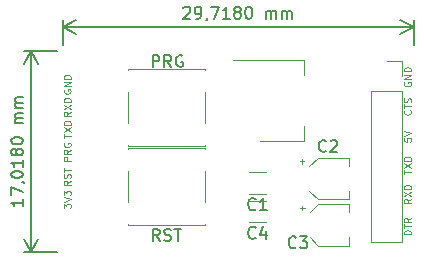
<source format=gbr>
%TF.GenerationSoftware,KiCad,Pcbnew,7.0.6-1.fc38*%
%TF.CreationDate,2023-08-14T18:08:00+02:00*%
%TF.ProjectId,ESP12F_PROGRAMMER,45535031-3246-45f5-9052-4f4752414d4d,rev?*%
%TF.SameCoordinates,Original*%
%TF.FileFunction,Legend,Top*%
%TF.FilePolarity,Positive*%
%FSLAX46Y46*%
G04 Gerber Fmt 4.6, Leading zero omitted, Abs format (unit mm)*
G04 Created by KiCad (PCBNEW 7.0.6-1.fc38) date 2023-08-14 18:08:00*
%MOMM*%
%LPD*%
G01*
G04 APERTURE LIST*
%ADD10C,0.110000*%
%ADD11C,0.150000*%
%ADD12C,0.120000*%
G04 APERTURE END LIST*
D10*
X113493851Y-96644489D02*
X113493851Y-96301632D01*
X114093851Y-96473060D02*
X113493851Y-96473060D01*
X113493851Y-96158774D02*
X114093851Y-95758774D01*
X113493851Y-95758774D02*
X114093851Y-96158774D01*
X114093851Y-95530202D02*
X113493851Y-95530202D01*
X113493851Y-95530202D02*
X113493851Y-95387345D01*
X113493851Y-95387345D02*
X113522422Y-95301631D01*
X113522422Y-95301631D02*
X113579565Y-95244488D01*
X113579565Y-95244488D02*
X113636708Y-95215917D01*
X113636708Y-95215917D02*
X113750994Y-95187345D01*
X113750994Y-95187345D02*
X113836708Y-95187345D01*
X113836708Y-95187345D02*
X113950994Y-95215917D01*
X113950994Y-95215917D02*
X114008137Y-95244488D01*
X114008137Y-95244488D02*
X114065280Y-95301631D01*
X114065280Y-95301631D02*
X114093851Y-95387345D01*
X114093851Y-95387345D02*
X114093851Y-95530202D01*
X142922851Y-101803917D02*
X142637137Y-102003917D01*
X142922851Y-102146774D02*
X142322851Y-102146774D01*
X142322851Y-102146774D02*
X142322851Y-101918203D01*
X142322851Y-101918203D02*
X142351422Y-101861060D01*
X142351422Y-101861060D02*
X142379994Y-101832489D01*
X142379994Y-101832489D02*
X142437137Y-101803917D01*
X142437137Y-101803917D02*
X142522851Y-101803917D01*
X142522851Y-101803917D02*
X142579994Y-101832489D01*
X142579994Y-101832489D02*
X142608565Y-101861060D01*
X142608565Y-101861060D02*
X142637137Y-101918203D01*
X142637137Y-101918203D02*
X142637137Y-102146774D01*
X142322851Y-101603917D02*
X142922851Y-101203917D01*
X142322851Y-101203917D02*
X142922851Y-101603917D01*
X142922851Y-100975345D02*
X142322851Y-100975345D01*
X142322851Y-100975345D02*
X142322851Y-100832488D01*
X142322851Y-100832488D02*
X142351422Y-100746774D01*
X142351422Y-100746774D02*
X142408565Y-100689631D01*
X142408565Y-100689631D02*
X142465708Y-100661060D01*
X142465708Y-100661060D02*
X142579994Y-100632488D01*
X142579994Y-100632488D02*
X142665708Y-100632488D01*
X142665708Y-100632488D02*
X142779994Y-100661060D01*
X142779994Y-100661060D02*
X142837137Y-100689631D01*
X142837137Y-100689631D02*
X142894280Y-100746774D01*
X142894280Y-100746774D02*
X142922851Y-100832488D01*
X142922851Y-100832488D02*
X142922851Y-100975345D01*
X142865708Y-94310917D02*
X142894280Y-94339489D01*
X142894280Y-94339489D02*
X142922851Y-94425203D01*
X142922851Y-94425203D02*
X142922851Y-94482346D01*
X142922851Y-94482346D02*
X142894280Y-94568060D01*
X142894280Y-94568060D02*
X142837137Y-94625203D01*
X142837137Y-94625203D02*
X142779994Y-94653774D01*
X142779994Y-94653774D02*
X142665708Y-94682346D01*
X142665708Y-94682346D02*
X142579994Y-94682346D01*
X142579994Y-94682346D02*
X142465708Y-94653774D01*
X142465708Y-94653774D02*
X142408565Y-94625203D01*
X142408565Y-94625203D02*
X142351422Y-94568060D01*
X142351422Y-94568060D02*
X142322851Y-94482346D01*
X142322851Y-94482346D02*
X142322851Y-94425203D01*
X142322851Y-94425203D02*
X142351422Y-94339489D01*
X142351422Y-94339489D02*
X142379994Y-94310917D01*
X142322851Y-94139489D02*
X142322851Y-93796632D01*
X142922851Y-93968060D02*
X142322851Y-93968060D01*
X142894280Y-93625203D02*
X142922851Y-93539489D01*
X142922851Y-93539489D02*
X142922851Y-93396631D01*
X142922851Y-93396631D02*
X142894280Y-93339489D01*
X142894280Y-93339489D02*
X142865708Y-93310917D01*
X142865708Y-93310917D02*
X142808565Y-93282346D01*
X142808565Y-93282346D02*
X142751422Y-93282346D01*
X142751422Y-93282346D02*
X142694280Y-93310917D01*
X142694280Y-93310917D02*
X142665708Y-93339489D01*
X142665708Y-93339489D02*
X142637137Y-93396631D01*
X142637137Y-93396631D02*
X142608565Y-93510917D01*
X142608565Y-93510917D02*
X142579994Y-93568060D01*
X142579994Y-93568060D02*
X142551422Y-93596631D01*
X142551422Y-93596631D02*
X142494280Y-93625203D01*
X142494280Y-93625203D02*
X142437137Y-93625203D01*
X142437137Y-93625203D02*
X142379994Y-93596631D01*
X142379994Y-93596631D02*
X142351422Y-93568060D01*
X142351422Y-93568060D02*
X142322851Y-93510917D01*
X142322851Y-93510917D02*
X142322851Y-93368060D01*
X142322851Y-93368060D02*
X142351422Y-93282346D01*
X113493851Y-102584917D02*
X113493851Y-102213489D01*
X113493851Y-102213489D02*
X113722422Y-102413489D01*
X113722422Y-102413489D02*
X113722422Y-102327774D01*
X113722422Y-102327774D02*
X113750994Y-102270632D01*
X113750994Y-102270632D02*
X113779565Y-102242060D01*
X113779565Y-102242060D02*
X113836708Y-102213489D01*
X113836708Y-102213489D02*
X113979565Y-102213489D01*
X113979565Y-102213489D02*
X114036708Y-102242060D01*
X114036708Y-102242060D02*
X114065280Y-102270632D01*
X114065280Y-102270632D02*
X114093851Y-102327774D01*
X114093851Y-102327774D02*
X114093851Y-102499203D01*
X114093851Y-102499203D02*
X114065280Y-102556346D01*
X114065280Y-102556346D02*
X114036708Y-102584917D01*
X113493851Y-102042060D02*
X114093851Y-101842060D01*
X114093851Y-101842060D02*
X113493851Y-101642060D01*
X113493851Y-101499202D02*
X113493851Y-101127774D01*
X113493851Y-101127774D02*
X113722422Y-101327774D01*
X113722422Y-101327774D02*
X113722422Y-101242059D01*
X113722422Y-101242059D02*
X113750994Y-101184917D01*
X113750994Y-101184917D02*
X113779565Y-101156345D01*
X113779565Y-101156345D02*
X113836708Y-101127774D01*
X113836708Y-101127774D02*
X113979565Y-101127774D01*
X113979565Y-101127774D02*
X114036708Y-101156345D01*
X114036708Y-101156345D02*
X114065280Y-101184917D01*
X114065280Y-101184917D02*
X114093851Y-101242059D01*
X114093851Y-101242059D02*
X114093851Y-101413488D01*
X114093851Y-101413488D02*
X114065280Y-101470631D01*
X114065280Y-101470631D02*
X114036708Y-101499202D01*
X113522422Y-92561489D02*
X113493851Y-92618632D01*
X113493851Y-92618632D02*
X113493851Y-92704346D01*
X113493851Y-92704346D02*
X113522422Y-92790060D01*
X113522422Y-92790060D02*
X113579565Y-92847203D01*
X113579565Y-92847203D02*
X113636708Y-92875774D01*
X113636708Y-92875774D02*
X113750994Y-92904346D01*
X113750994Y-92904346D02*
X113836708Y-92904346D01*
X113836708Y-92904346D02*
X113950994Y-92875774D01*
X113950994Y-92875774D02*
X114008137Y-92847203D01*
X114008137Y-92847203D02*
X114065280Y-92790060D01*
X114065280Y-92790060D02*
X114093851Y-92704346D01*
X114093851Y-92704346D02*
X114093851Y-92647203D01*
X114093851Y-92647203D02*
X114065280Y-92561489D01*
X114065280Y-92561489D02*
X114036708Y-92532917D01*
X114036708Y-92532917D02*
X113836708Y-92532917D01*
X113836708Y-92532917D02*
X113836708Y-92647203D01*
X114093851Y-92275774D02*
X113493851Y-92275774D01*
X113493851Y-92275774D02*
X114093851Y-91932917D01*
X114093851Y-91932917D02*
X113493851Y-91932917D01*
X114093851Y-91647203D02*
X113493851Y-91647203D01*
X113493851Y-91647203D02*
X113493851Y-91504346D01*
X113493851Y-91504346D02*
X113522422Y-91418632D01*
X113522422Y-91418632D02*
X113579565Y-91361489D01*
X113579565Y-91361489D02*
X113636708Y-91332918D01*
X113636708Y-91332918D02*
X113750994Y-91304346D01*
X113750994Y-91304346D02*
X113836708Y-91304346D01*
X113836708Y-91304346D02*
X113950994Y-91332918D01*
X113950994Y-91332918D02*
X114008137Y-91361489D01*
X114008137Y-91361489D02*
X114065280Y-91418632D01*
X114065280Y-91418632D02*
X114093851Y-91504346D01*
X114093851Y-91504346D02*
X114093851Y-91647203D01*
X114093851Y-98590774D02*
X113493851Y-98590774D01*
X113493851Y-98590774D02*
X113493851Y-98362203D01*
X113493851Y-98362203D02*
X113522422Y-98305060D01*
X113522422Y-98305060D02*
X113550994Y-98276489D01*
X113550994Y-98276489D02*
X113608137Y-98247917D01*
X113608137Y-98247917D02*
X113693851Y-98247917D01*
X113693851Y-98247917D02*
X113750994Y-98276489D01*
X113750994Y-98276489D02*
X113779565Y-98305060D01*
X113779565Y-98305060D02*
X113808137Y-98362203D01*
X113808137Y-98362203D02*
X113808137Y-98590774D01*
X114093851Y-97647917D02*
X113808137Y-97847917D01*
X114093851Y-97990774D02*
X113493851Y-97990774D01*
X113493851Y-97990774D02*
X113493851Y-97762203D01*
X113493851Y-97762203D02*
X113522422Y-97705060D01*
X113522422Y-97705060D02*
X113550994Y-97676489D01*
X113550994Y-97676489D02*
X113608137Y-97647917D01*
X113608137Y-97647917D02*
X113693851Y-97647917D01*
X113693851Y-97647917D02*
X113750994Y-97676489D01*
X113750994Y-97676489D02*
X113779565Y-97705060D01*
X113779565Y-97705060D02*
X113808137Y-97762203D01*
X113808137Y-97762203D02*
X113808137Y-97990774D01*
X113522422Y-97076489D02*
X113493851Y-97133632D01*
X113493851Y-97133632D02*
X113493851Y-97219346D01*
X113493851Y-97219346D02*
X113522422Y-97305060D01*
X113522422Y-97305060D02*
X113579565Y-97362203D01*
X113579565Y-97362203D02*
X113636708Y-97390774D01*
X113636708Y-97390774D02*
X113750994Y-97419346D01*
X113750994Y-97419346D02*
X113836708Y-97419346D01*
X113836708Y-97419346D02*
X113950994Y-97390774D01*
X113950994Y-97390774D02*
X114008137Y-97362203D01*
X114008137Y-97362203D02*
X114065280Y-97305060D01*
X114065280Y-97305060D02*
X114093851Y-97219346D01*
X114093851Y-97219346D02*
X114093851Y-97162203D01*
X114093851Y-97162203D02*
X114065280Y-97076489D01*
X114065280Y-97076489D02*
X114036708Y-97047917D01*
X114036708Y-97047917D02*
X113836708Y-97047917D01*
X113836708Y-97047917D02*
X113836708Y-97162203D01*
X142322851Y-96654060D02*
X142322851Y-96939774D01*
X142322851Y-96939774D02*
X142608565Y-96968346D01*
X142608565Y-96968346D02*
X142579994Y-96939774D01*
X142579994Y-96939774D02*
X142551422Y-96882632D01*
X142551422Y-96882632D02*
X142551422Y-96739774D01*
X142551422Y-96739774D02*
X142579994Y-96682632D01*
X142579994Y-96682632D02*
X142608565Y-96654060D01*
X142608565Y-96654060D02*
X142665708Y-96625489D01*
X142665708Y-96625489D02*
X142808565Y-96625489D01*
X142808565Y-96625489D02*
X142865708Y-96654060D01*
X142865708Y-96654060D02*
X142894280Y-96682632D01*
X142894280Y-96682632D02*
X142922851Y-96739774D01*
X142922851Y-96739774D02*
X142922851Y-96882632D01*
X142922851Y-96882632D02*
X142894280Y-96939774D01*
X142894280Y-96939774D02*
X142865708Y-96968346D01*
X142322851Y-96454060D02*
X142922851Y-96254060D01*
X142922851Y-96254060D02*
X142322851Y-96054060D01*
X114093851Y-100279917D02*
X113808137Y-100479917D01*
X114093851Y-100622774D02*
X113493851Y-100622774D01*
X113493851Y-100622774D02*
X113493851Y-100394203D01*
X113493851Y-100394203D02*
X113522422Y-100337060D01*
X113522422Y-100337060D02*
X113550994Y-100308489D01*
X113550994Y-100308489D02*
X113608137Y-100279917D01*
X113608137Y-100279917D02*
X113693851Y-100279917D01*
X113693851Y-100279917D02*
X113750994Y-100308489D01*
X113750994Y-100308489D02*
X113779565Y-100337060D01*
X113779565Y-100337060D02*
X113808137Y-100394203D01*
X113808137Y-100394203D02*
X113808137Y-100622774D01*
X114065280Y-100051346D02*
X114093851Y-99965632D01*
X114093851Y-99965632D02*
X114093851Y-99822774D01*
X114093851Y-99822774D02*
X114065280Y-99765632D01*
X114065280Y-99765632D02*
X114036708Y-99737060D01*
X114036708Y-99737060D02*
X113979565Y-99708489D01*
X113979565Y-99708489D02*
X113922422Y-99708489D01*
X113922422Y-99708489D02*
X113865280Y-99737060D01*
X113865280Y-99737060D02*
X113836708Y-99765632D01*
X113836708Y-99765632D02*
X113808137Y-99822774D01*
X113808137Y-99822774D02*
X113779565Y-99937060D01*
X113779565Y-99937060D02*
X113750994Y-99994203D01*
X113750994Y-99994203D02*
X113722422Y-100022774D01*
X113722422Y-100022774D02*
X113665280Y-100051346D01*
X113665280Y-100051346D02*
X113608137Y-100051346D01*
X113608137Y-100051346D02*
X113550994Y-100022774D01*
X113550994Y-100022774D02*
X113522422Y-99994203D01*
X113522422Y-99994203D02*
X113493851Y-99937060D01*
X113493851Y-99937060D02*
X113493851Y-99794203D01*
X113493851Y-99794203D02*
X113522422Y-99708489D01*
X113493851Y-99537060D02*
X113493851Y-99194203D01*
X114093851Y-99365631D02*
X113493851Y-99365631D01*
X142351422Y-91926489D02*
X142322851Y-91983632D01*
X142322851Y-91983632D02*
X142322851Y-92069346D01*
X142322851Y-92069346D02*
X142351422Y-92155060D01*
X142351422Y-92155060D02*
X142408565Y-92212203D01*
X142408565Y-92212203D02*
X142465708Y-92240774D01*
X142465708Y-92240774D02*
X142579994Y-92269346D01*
X142579994Y-92269346D02*
X142665708Y-92269346D01*
X142665708Y-92269346D02*
X142779994Y-92240774D01*
X142779994Y-92240774D02*
X142837137Y-92212203D01*
X142837137Y-92212203D02*
X142894280Y-92155060D01*
X142894280Y-92155060D02*
X142922851Y-92069346D01*
X142922851Y-92069346D02*
X142922851Y-92012203D01*
X142922851Y-92012203D02*
X142894280Y-91926489D01*
X142894280Y-91926489D02*
X142865708Y-91897917D01*
X142865708Y-91897917D02*
X142665708Y-91897917D01*
X142665708Y-91897917D02*
X142665708Y-92012203D01*
X142922851Y-91640774D02*
X142322851Y-91640774D01*
X142322851Y-91640774D02*
X142922851Y-91297917D01*
X142922851Y-91297917D02*
X142322851Y-91297917D01*
X142922851Y-91012203D02*
X142322851Y-91012203D01*
X142322851Y-91012203D02*
X142322851Y-90869346D01*
X142322851Y-90869346D02*
X142351422Y-90783632D01*
X142351422Y-90783632D02*
X142408565Y-90726489D01*
X142408565Y-90726489D02*
X142465708Y-90697918D01*
X142465708Y-90697918D02*
X142579994Y-90669346D01*
X142579994Y-90669346D02*
X142665708Y-90669346D01*
X142665708Y-90669346D02*
X142779994Y-90697918D01*
X142779994Y-90697918D02*
X142837137Y-90726489D01*
X142837137Y-90726489D02*
X142894280Y-90783632D01*
X142894280Y-90783632D02*
X142922851Y-90869346D01*
X142922851Y-90869346D02*
X142922851Y-91012203D01*
X114093851Y-94437917D02*
X113808137Y-94637917D01*
X114093851Y-94780774D02*
X113493851Y-94780774D01*
X113493851Y-94780774D02*
X113493851Y-94552203D01*
X113493851Y-94552203D02*
X113522422Y-94495060D01*
X113522422Y-94495060D02*
X113550994Y-94466489D01*
X113550994Y-94466489D02*
X113608137Y-94437917D01*
X113608137Y-94437917D02*
X113693851Y-94437917D01*
X113693851Y-94437917D02*
X113750994Y-94466489D01*
X113750994Y-94466489D02*
X113779565Y-94495060D01*
X113779565Y-94495060D02*
X113808137Y-94552203D01*
X113808137Y-94552203D02*
X113808137Y-94780774D01*
X113493851Y-94237917D02*
X114093851Y-93837917D01*
X113493851Y-93837917D02*
X114093851Y-94237917D01*
X114093851Y-93609345D02*
X113493851Y-93609345D01*
X113493851Y-93609345D02*
X113493851Y-93466488D01*
X113493851Y-93466488D02*
X113522422Y-93380774D01*
X113522422Y-93380774D02*
X113579565Y-93323631D01*
X113579565Y-93323631D02*
X113636708Y-93295060D01*
X113636708Y-93295060D02*
X113750994Y-93266488D01*
X113750994Y-93266488D02*
X113836708Y-93266488D01*
X113836708Y-93266488D02*
X113950994Y-93295060D01*
X113950994Y-93295060D02*
X114008137Y-93323631D01*
X114008137Y-93323631D02*
X114065280Y-93380774D01*
X114065280Y-93380774D02*
X114093851Y-93466488D01*
X114093851Y-93466488D02*
X114093851Y-93609345D01*
X142922851Y-104813774D02*
X142322851Y-104813774D01*
X142322851Y-104813774D02*
X142322851Y-104670917D01*
X142322851Y-104670917D02*
X142351422Y-104585203D01*
X142351422Y-104585203D02*
X142408565Y-104528060D01*
X142408565Y-104528060D02*
X142465708Y-104499489D01*
X142465708Y-104499489D02*
X142579994Y-104470917D01*
X142579994Y-104470917D02*
X142665708Y-104470917D01*
X142665708Y-104470917D02*
X142779994Y-104499489D01*
X142779994Y-104499489D02*
X142837137Y-104528060D01*
X142837137Y-104528060D02*
X142894280Y-104585203D01*
X142894280Y-104585203D02*
X142922851Y-104670917D01*
X142922851Y-104670917D02*
X142922851Y-104813774D01*
X142322851Y-104299489D02*
X142322851Y-103956632D01*
X142922851Y-104128060D02*
X142322851Y-104128060D01*
X142922851Y-103413774D02*
X142637137Y-103613774D01*
X142922851Y-103756631D02*
X142322851Y-103756631D01*
X142322851Y-103756631D02*
X142322851Y-103528060D01*
X142322851Y-103528060D02*
X142351422Y-103470917D01*
X142351422Y-103470917D02*
X142379994Y-103442346D01*
X142379994Y-103442346D02*
X142437137Y-103413774D01*
X142437137Y-103413774D02*
X142522851Y-103413774D01*
X142522851Y-103413774D02*
X142579994Y-103442346D01*
X142579994Y-103442346D02*
X142608565Y-103470917D01*
X142608565Y-103470917D02*
X142637137Y-103528060D01*
X142637137Y-103528060D02*
X142637137Y-103756631D01*
X142322851Y-99692489D02*
X142322851Y-99349632D01*
X142922851Y-99521060D02*
X142322851Y-99521060D01*
X142322851Y-99206774D02*
X142922851Y-98806774D01*
X142322851Y-98806774D02*
X142922851Y-99206774D01*
X142922851Y-98578202D02*
X142322851Y-98578202D01*
X142322851Y-98578202D02*
X142322851Y-98435345D01*
X142322851Y-98435345D02*
X142351422Y-98349631D01*
X142351422Y-98349631D02*
X142408565Y-98292488D01*
X142408565Y-98292488D02*
X142465708Y-98263917D01*
X142465708Y-98263917D02*
X142579994Y-98235345D01*
X142579994Y-98235345D02*
X142665708Y-98235345D01*
X142665708Y-98235345D02*
X142779994Y-98263917D01*
X142779994Y-98263917D02*
X142837137Y-98292488D01*
X142837137Y-98292488D02*
X142894280Y-98349631D01*
X142894280Y-98349631D02*
X142922851Y-98435345D01*
X142922851Y-98435345D02*
X142922851Y-98578202D01*
D11*
X110048819Y-101837618D02*
X110048819Y-102409046D01*
X110048819Y-102123332D02*
X109048819Y-102123332D01*
X109048819Y-102123332D02*
X109191676Y-102218570D01*
X109191676Y-102218570D02*
X109286914Y-102313808D01*
X109286914Y-102313808D02*
X109334533Y-102409046D01*
X109048819Y-101504284D02*
X109048819Y-100837618D01*
X109048819Y-100837618D02*
X110048819Y-101266189D01*
X110001200Y-100409046D02*
X110048819Y-100409046D01*
X110048819Y-100409046D02*
X110144057Y-100456665D01*
X110144057Y-100456665D02*
X110191676Y-100504284D01*
X109048819Y-99789999D02*
X109048819Y-99694761D01*
X109048819Y-99694761D02*
X109096438Y-99599523D01*
X109096438Y-99599523D02*
X109144057Y-99551904D01*
X109144057Y-99551904D02*
X109239295Y-99504285D01*
X109239295Y-99504285D02*
X109429771Y-99456666D01*
X109429771Y-99456666D02*
X109667866Y-99456666D01*
X109667866Y-99456666D02*
X109858342Y-99504285D01*
X109858342Y-99504285D02*
X109953580Y-99551904D01*
X109953580Y-99551904D02*
X110001200Y-99599523D01*
X110001200Y-99599523D02*
X110048819Y-99694761D01*
X110048819Y-99694761D02*
X110048819Y-99789999D01*
X110048819Y-99789999D02*
X110001200Y-99885237D01*
X110001200Y-99885237D02*
X109953580Y-99932856D01*
X109953580Y-99932856D02*
X109858342Y-99980475D01*
X109858342Y-99980475D02*
X109667866Y-100028094D01*
X109667866Y-100028094D02*
X109429771Y-100028094D01*
X109429771Y-100028094D02*
X109239295Y-99980475D01*
X109239295Y-99980475D02*
X109144057Y-99932856D01*
X109144057Y-99932856D02*
X109096438Y-99885237D01*
X109096438Y-99885237D02*
X109048819Y-99789999D01*
X110048819Y-98504285D02*
X110048819Y-99075713D01*
X110048819Y-98789999D02*
X109048819Y-98789999D01*
X109048819Y-98789999D02*
X109191676Y-98885237D01*
X109191676Y-98885237D02*
X109286914Y-98980475D01*
X109286914Y-98980475D02*
X109334533Y-99075713D01*
X109477390Y-97932856D02*
X109429771Y-98028094D01*
X109429771Y-98028094D02*
X109382152Y-98075713D01*
X109382152Y-98075713D02*
X109286914Y-98123332D01*
X109286914Y-98123332D02*
X109239295Y-98123332D01*
X109239295Y-98123332D02*
X109144057Y-98075713D01*
X109144057Y-98075713D02*
X109096438Y-98028094D01*
X109096438Y-98028094D02*
X109048819Y-97932856D01*
X109048819Y-97932856D02*
X109048819Y-97742380D01*
X109048819Y-97742380D02*
X109096438Y-97647142D01*
X109096438Y-97647142D02*
X109144057Y-97599523D01*
X109144057Y-97599523D02*
X109239295Y-97551904D01*
X109239295Y-97551904D02*
X109286914Y-97551904D01*
X109286914Y-97551904D02*
X109382152Y-97599523D01*
X109382152Y-97599523D02*
X109429771Y-97647142D01*
X109429771Y-97647142D02*
X109477390Y-97742380D01*
X109477390Y-97742380D02*
X109477390Y-97932856D01*
X109477390Y-97932856D02*
X109525009Y-98028094D01*
X109525009Y-98028094D02*
X109572628Y-98075713D01*
X109572628Y-98075713D02*
X109667866Y-98123332D01*
X109667866Y-98123332D02*
X109858342Y-98123332D01*
X109858342Y-98123332D02*
X109953580Y-98075713D01*
X109953580Y-98075713D02*
X110001200Y-98028094D01*
X110001200Y-98028094D02*
X110048819Y-97932856D01*
X110048819Y-97932856D02*
X110048819Y-97742380D01*
X110048819Y-97742380D02*
X110001200Y-97647142D01*
X110001200Y-97647142D02*
X109953580Y-97599523D01*
X109953580Y-97599523D02*
X109858342Y-97551904D01*
X109858342Y-97551904D02*
X109667866Y-97551904D01*
X109667866Y-97551904D02*
X109572628Y-97599523D01*
X109572628Y-97599523D02*
X109525009Y-97647142D01*
X109525009Y-97647142D02*
X109477390Y-97742380D01*
X109048819Y-96932856D02*
X109048819Y-96837618D01*
X109048819Y-96837618D02*
X109096438Y-96742380D01*
X109096438Y-96742380D02*
X109144057Y-96694761D01*
X109144057Y-96694761D02*
X109239295Y-96647142D01*
X109239295Y-96647142D02*
X109429771Y-96599523D01*
X109429771Y-96599523D02*
X109667866Y-96599523D01*
X109667866Y-96599523D02*
X109858342Y-96647142D01*
X109858342Y-96647142D02*
X109953580Y-96694761D01*
X109953580Y-96694761D02*
X110001200Y-96742380D01*
X110001200Y-96742380D02*
X110048819Y-96837618D01*
X110048819Y-96837618D02*
X110048819Y-96932856D01*
X110048819Y-96932856D02*
X110001200Y-97028094D01*
X110001200Y-97028094D02*
X109953580Y-97075713D01*
X109953580Y-97075713D02*
X109858342Y-97123332D01*
X109858342Y-97123332D02*
X109667866Y-97170951D01*
X109667866Y-97170951D02*
X109429771Y-97170951D01*
X109429771Y-97170951D02*
X109239295Y-97123332D01*
X109239295Y-97123332D02*
X109144057Y-97075713D01*
X109144057Y-97075713D02*
X109096438Y-97028094D01*
X109096438Y-97028094D02*
X109048819Y-96932856D01*
X110048819Y-95409046D02*
X109382152Y-95409046D01*
X109477390Y-95409046D02*
X109429771Y-95361427D01*
X109429771Y-95361427D02*
X109382152Y-95266189D01*
X109382152Y-95266189D02*
X109382152Y-95123332D01*
X109382152Y-95123332D02*
X109429771Y-95028094D01*
X109429771Y-95028094D02*
X109525009Y-94980475D01*
X109525009Y-94980475D02*
X110048819Y-94980475D01*
X109525009Y-94980475D02*
X109429771Y-94932856D01*
X109429771Y-94932856D02*
X109382152Y-94837618D01*
X109382152Y-94837618D02*
X109382152Y-94694761D01*
X109382152Y-94694761D02*
X109429771Y-94599522D01*
X109429771Y-94599522D02*
X109525009Y-94551903D01*
X109525009Y-94551903D02*
X110048819Y-94551903D01*
X110048819Y-94075713D02*
X109382152Y-94075713D01*
X109477390Y-94075713D02*
X109429771Y-94028094D01*
X109429771Y-94028094D02*
X109382152Y-93932856D01*
X109382152Y-93932856D02*
X109382152Y-93789999D01*
X109382152Y-93789999D02*
X109429771Y-93694761D01*
X109429771Y-93694761D02*
X109525009Y-93647142D01*
X109525009Y-93647142D02*
X110048819Y-93647142D01*
X109525009Y-93647142D02*
X109429771Y-93599523D01*
X109429771Y-93599523D02*
X109382152Y-93504285D01*
X109382152Y-93504285D02*
X109382152Y-93361428D01*
X109382152Y-93361428D02*
X109429771Y-93266189D01*
X109429771Y-93266189D02*
X109525009Y-93218570D01*
X109525009Y-93218570D02*
X110048819Y-93218570D01*
X112911000Y-106299000D02*
X110157580Y-106299000D01*
X112911000Y-89281000D02*
X110157580Y-89281000D01*
X110744000Y-106299000D02*
X110744000Y-89281000D01*
X110744000Y-106299000D02*
X110744000Y-89281000D01*
X110744000Y-106299000D02*
X110157579Y-105172496D01*
X110744000Y-106299000D02*
X111330421Y-105172496D01*
X110744000Y-89281000D02*
X111330421Y-90407504D01*
X110744000Y-89281000D02*
X110157579Y-90407504D01*
X123650953Y-85649057D02*
X123698572Y-85601438D01*
X123698572Y-85601438D02*
X123793810Y-85553819D01*
X123793810Y-85553819D02*
X124031905Y-85553819D01*
X124031905Y-85553819D02*
X124127143Y-85601438D01*
X124127143Y-85601438D02*
X124174762Y-85649057D01*
X124174762Y-85649057D02*
X124222381Y-85744295D01*
X124222381Y-85744295D02*
X124222381Y-85839533D01*
X124222381Y-85839533D02*
X124174762Y-85982390D01*
X124174762Y-85982390D02*
X123603334Y-86553819D01*
X123603334Y-86553819D02*
X124222381Y-86553819D01*
X124698572Y-86553819D02*
X124889048Y-86553819D01*
X124889048Y-86553819D02*
X124984286Y-86506200D01*
X124984286Y-86506200D02*
X125031905Y-86458580D01*
X125031905Y-86458580D02*
X125127143Y-86315723D01*
X125127143Y-86315723D02*
X125174762Y-86125247D01*
X125174762Y-86125247D02*
X125174762Y-85744295D01*
X125174762Y-85744295D02*
X125127143Y-85649057D01*
X125127143Y-85649057D02*
X125079524Y-85601438D01*
X125079524Y-85601438D02*
X124984286Y-85553819D01*
X124984286Y-85553819D02*
X124793810Y-85553819D01*
X124793810Y-85553819D02*
X124698572Y-85601438D01*
X124698572Y-85601438D02*
X124650953Y-85649057D01*
X124650953Y-85649057D02*
X124603334Y-85744295D01*
X124603334Y-85744295D02*
X124603334Y-85982390D01*
X124603334Y-85982390D02*
X124650953Y-86077628D01*
X124650953Y-86077628D02*
X124698572Y-86125247D01*
X124698572Y-86125247D02*
X124793810Y-86172866D01*
X124793810Y-86172866D02*
X124984286Y-86172866D01*
X124984286Y-86172866D02*
X125079524Y-86125247D01*
X125079524Y-86125247D02*
X125127143Y-86077628D01*
X125127143Y-86077628D02*
X125174762Y-85982390D01*
X125650953Y-86506200D02*
X125650953Y-86553819D01*
X125650953Y-86553819D02*
X125603334Y-86649057D01*
X125603334Y-86649057D02*
X125555715Y-86696676D01*
X125984286Y-85553819D02*
X126650952Y-85553819D01*
X126650952Y-85553819D02*
X126222381Y-86553819D01*
X127555714Y-86553819D02*
X126984286Y-86553819D01*
X127270000Y-86553819D02*
X127270000Y-85553819D01*
X127270000Y-85553819D02*
X127174762Y-85696676D01*
X127174762Y-85696676D02*
X127079524Y-85791914D01*
X127079524Y-85791914D02*
X126984286Y-85839533D01*
X128127143Y-85982390D02*
X128031905Y-85934771D01*
X128031905Y-85934771D02*
X127984286Y-85887152D01*
X127984286Y-85887152D02*
X127936667Y-85791914D01*
X127936667Y-85791914D02*
X127936667Y-85744295D01*
X127936667Y-85744295D02*
X127984286Y-85649057D01*
X127984286Y-85649057D02*
X128031905Y-85601438D01*
X128031905Y-85601438D02*
X128127143Y-85553819D01*
X128127143Y-85553819D02*
X128317619Y-85553819D01*
X128317619Y-85553819D02*
X128412857Y-85601438D01*
X128412857Y-85601438D02*
X128460476Y-85649057D01*
X128460476Y-85649057D02*
X128508095Y-85744295D01*
X128508095Y-85744295D02*
X128508095Y-85791914D01*
X128508095Y-85791914D02*
X128460476Y-85887152D01*
X128460476Y-85887152D02*
X128412857Y-85934771D01*
X128412857Y-85934771D02*
X128317619Y-85982390D01*
X128317619Y-85982390D02*
X128127143Y-85982390D01*
X128127143Y-85982390D02*
X128031905Y-86030009D01*
X128031905Y-86030009D02*
X127984286Y-86077628D01*
X127984286Y-86077628D02*
X127936667Y-86172866D01*
X127936667Y-86172866D02*
X127936667Y-86363342D01*
X127936667Y-86363342D02*
X127984286Y-86458580D01*
X127984286Y-86458580D02*
X128031905Y-86506200D01*
X128031905Y-86506200D02*
X128127143Y-86553819D01*
X128127143Y-86553819D02*
X128317619Y-86553819D01*
X128317619Y-86553819D02*
X128412857Y-86506200D01*
X128412857Y-86506200D02*
X128460476Y-86458580D01*
X128460476Y-86458580D02*
X128508095Y-86363342D01*
X128508095Y-86363342D02*
X128508095Y-86172866D01*
X128508095Y-86172866D02*
X128460476Y-86077628D01*
X128460476Y-86077628D02*
X128412857Y-86030009D01*
X128412857Y-86030009D02*
X128317619Y-85982390D01*
X129127143Y-85553819D02*
X129222381Y-85553819D01*
X129222381Y-85553819D02*
X129317619Y-85601438D01*
X129317619Y-85601438D02*
X129365238Y-85649057D01*
X129365238Y-85649057D02*
X129412857Y-85744295D01*
X129412857Y-85744295D02*
X129460476Y-85934771D01*
X129460476Y-85934771D02*
X129460476Y-86172866D01*
X129460476Y-86172866D02*
X129412857Y-86363342D01*
X129412857Y-86363342D02*
X129365238Y-86458580D01*
X129365238Y-86458580D02*
X129317619Y-86506200D01*
X129317619Y-86506200D02*
X129222381Y-86553819D01*
X129222381Y-86553819D02*
X129127143Y-86553819D01*
X129127143Y-86553819D02*
X129031905Y-86506200D01*
X129031905Y-86506200D02*
X128984286Y-86458580D01*
X128984286Y-86458580D02*
X128936667Y-86363342D01*
X128936667Y-86363342D02*
X128889048Y-86172866D01*
X128889048Y-86172866D02*
X128889048Y-85934771D01*
X128889048Y-85934771D02*
X128936667Y-85744295D01*
X128936667Y-85744295D02*
X128984286Y-85649057D01*
X128984286Y-85649057D02*
X129031905Y-85601438D01*
X129031905Y-85601438D02*
X129127143Y-85553819D01*
X130650953Y-86553819D02*
X130650953Y-85887152D01*
X130650953Y-85982390D02*
X130698572Y-85934771D01*
X130698572Y-85934771D02*
X130793810Y-85887152D01*
X130793810Y-85887152D02*
X130936667Y-85887152D01*
X130936667Y-85887152D02*
X131031905Y-85934771D01*
X131031905Y-85934771D02*
X131079524Y-86030009D01*
X131079524Y-86030009D02*
X131079524Y-86553819D01*
X131079524Y-86030009D02*
X131127143Y-85934771D01*
X131127143Y-85934771D02*
X131222381Y-85887152D01*
X131222381Y-85887152D02*
X131365238Y-85887152D01*
X131365238Y-85887152D02*
X131460477Y-85934771D01*
X131460477Y-85934771D02*
X131508096Y-86030009D01*
X131508096Y-86030009D02*
X131508096Y-86553819D01*
X131984286Y-86553819D02*
X131984286Y-85887152D01*
X131984286Y-85982390D02*
X132031905Y-85934771D01*
X132031905Y-85934771D02*
X132127143Y-85887152D01*
X132127143Y-85887152D02*
X132270000Y-85887152D01*
X132270000Y-85887152D02*
X132365238Y-85934771D01*
X132365238Y-85934771D02*
X132412857Y-86030009D01*
X132412857Y-86030009D02*
X132412857Y-86553819D01*
X132412857Y-86030009D02*
X132460476Y-85934771D01*
X132460476Y-85934771D02*
X132555714Y-85887152D01*
X132555714Y-85887152D02*
X132698571Y-85887152D01*
X132698571Y-85887152D02*
X132793810Y-85934771D01*
X132793810Y-85934771D02*
X132841429Y-86030009D01*
X132841429Y-86030009D02*
X132841429Y-86553819D01*
X113411000Y-88781000D02*
X113411000Y-86662580D01*
X143129000Y-88781000D02*
X143129000Y-86662580D01*
X113411000Y-87249000D02*
X143129000Y-87249000D01*
X113411000Y-87249000D02*
X143129000Y-87249000D01*
X113411000Y-87249000D02*
X114537504Y-86662579D01*
X113411000Y-87249000D02*
X114537504Y-87835421D01*
X143129000Y-87249000D02*
X142002496Y-87835421D01*
X143129000Y-87249000D02*
X142002496Y-86662579D01*
X129754333Y-105079580D02*
X129706714Y-105127200D01*
X129706714Y-105127200D02*
X129563857Y-105174819D01*
X129563857Y-105174819D02*
X129468619Y-105174819D01*
X129468619Y-105174819D02*
X129325762Y-105127200D01*
X129325762Y-105127200D02*
X129230524Y-105031961D01*
X129230524Y-105031961D02*
X129182905Y-104936723D01*
X129182905Y-104936723D02*
X129135286Y-104746247D01*
X129135286Y-104746247D02*
X129135286Y-104603390D01*
X129135286Y-104603390D02*
X129182905Y-104412914D01*
X129182905Y-104412914D02*
X129230524Y-104317676D01*
X129230524Y-104317676D02*
X129325762Y-104222438D01*
X129325762Y-104222438D02*
X129468619Y-104174819D01*
X129468619Y-104174819D02*
X129563857Y-104174819D01*
X129563857Y-104174819D02*
X129706714Y-104222438D01*
X129706714Y-104222438D02*
X129754333Y-104270057D01*
X130611476Y-104508152D02*
X130611476Y-105174819D01*
X130373381Y-104127200D02*
X130135286Y-104841485D01*
X130135286Y-104841485D02*
X130754333Y-104841485D01*
X135723333Y-97735580D02*
X135675714Y-97783200D01*
X135675714Y-97783200D02*
X135532857Y-97830819D01*
X135532857Y-97830819D02*
X135437619Y-97830819D01*
X135437619Y-97830819D02*
X135294762Y-97783200D01*
X135294762Y-97783200D02*
X135199524Y-97687961D01*
X135199524Y-97687961D02*
X135151905Y-97592723D01*
X135151905Y-97592723D02*
X135104286Y-97402247D01*
X135104286Y-97402247D02*
X135104286Y-97259390D01*
X135104286Y-97259390D02*
X135151905Y-97068914D01*
X135151905Y-97068914D02*
X135199524Y-96973676D01*
X135199524Y-96973676D02*
X135294762Y-96878438D01*
X135294762Y-96878438D02*
X135437619Y-96830819D01*
X135437619Y-96830819D02*
X135532857Y-96830819D01*
X135532857Y-96830819D02*
X135675714Y-96878438D01*
X135675714Y-96878438D02*
X135723333Y-96926057D01*
X136104286Y-96926057D02*
X136151905Y-96878438D01*
X136151905Y-96878438D02*
X136247143Y-96830819D01*
X136247143Y-96830819D02*
X136485238Y-96830819D01*
X136485238Y-96830819D02*
X136580476Y-96878438D01*
X136580476Y-96878438D02*
X136628095Y-96926057D01*
X136628095Y-96926057D02*
X136675714Y-97021295D01*
X136675714Y-97021295D02*
X136675714Y-97116533D01*
X136675714Y-97116533D02*
X136628095Y-97259390D01*
X136628095Y-97259390D02*
X136056667Y-97830819D01*
X136056667Y-97830819D02*
X136675714Y-97830819D01*
X121626380Y-105356819D02*
X121293047Y-104880628D01*
X121054952Y-105356819D02*
X121054952Y-104356819D01*
X121054952Y-104356819D02*
X121435904Y-104356819D01*
X121435904Y-104356819D02*
X121531142Y-104404438D01*
X121531142Y-104404438D02*
X121578761Y-104452057D01*
X121578761Y-104452057D02*
X121626380Y-104547295D01*
X121626380Y-104547295D02*
X121626380Y-104690152D01*
X121626380Y-104690152D02*
X121578761Y-104785390D01*
X121578761Y-104785390D02*
X121531142Y-104833009D01*
X121531142Y-104833009D02*
X121435904Y-104880628D01*
X121435904Y-104880628D02*
X121054952Y-104880628D01*
X122007333Y-105309200D02*
X122150190Y-105356819D01*
X122150190Y-105356819D02*
X122388285Y-105356819D01*
X122388285Y-105356819D02*
X122483523Y-105309200D01*
X122483523Y-105309200D02*
X122531142Y-105261580D01*
X122531142Y-105261580D02*
X122578761Y-105166342D01*
X122578761Y-105166342D02*
X122578761Y-105071104D01*
X122578761Y-105071104D02*
X122531142Y-104975866D01*
X122531142Y-104975866D02*
X122483523Y-104928247D01*
X122483523Y-104928247D02*
X122388285Y-104880628D01*
X122388285Y-104880628D02*
X122197809Y-104833009D01*
X122197809Y-104833009D02*
X122102571Y-104785390D01*
X122102571Y-104785390D02*
X122054952Y-104737771D01*
X122054952Y-104737771D02*
X122007333Y-104642533D01*
X122007333Y-104642533D02*
X122007333Y-104547295D01*
X122007333Y-104547295D02*
X122054952Y-104452057D01*
X122054952Y-104452057D02*
X122102571Y-104404438D01*
X122102571Y-104404438D02*
X122197809Y-104356819D01*
X122197809Y-104356819D02*
X122435904Y-104356819D01*
X122435904Y-104356819D02*
X122578761Y-104404438D01*
X122864476Y-104356819D02*
X123435904Y-104356819D01*
X123150190Y-105356819D02*
X123150190Y-104356819D01*
X133183333Y-105896580D02*
X133135714Y-105944200D01*
X133135714Y-105944200D02*
X132992857Y-105991819D01*
X132992857Y-105991819D02*
X132897619Y-105991819D01*
X132897619Y-105991819D02*
X132754762Y-105944200D01*
X132754762Y-105944200D02*
X132659524Y-105848961D01*
X132659524Y-105848961D02*
X132611905Y-105753723D01*
X132611905Y-105753723D02*
X132564286Y-105563247D01*
X132564286Y-105563247D02*
X132564286Y-105420390D01*
X132564286Y-105420390D02*
X132611905Y-105229914D01*
X132611905Y-105229914D02*
X132659524Y-105134676D01*
X132659524Y-105134676D02*
X132754762Y-105039438D01*
X132754762Y-105039438D02*
X132897619Y-104991819D01*
X132897619Y-104991819D02*
X132992857Y-104991819D01*
X132992857Y-104991819D02*
X133135714Y-105039438D01*
X133135714Y-105039438D02*
X133183333Y-105087057D01*
X133516667Y-104991819D02*
X134135714Y-104991819D01*
X134135714Y-104991819D02*
X133802381Y-105372771D01*
X133802381Y-105372771D02*
X133945238Y-105372771D01*
X133945238Y-105372771D02*
X134040476Y-105420390D01*
X134040476Y-105420390D02*
X134088095Y-105468009D01*
X134088095Y-105468009D02*
X134135714Y-105563247D01*
X134135714Y-105563247D02*
X134135714Y-105801342D01*
X134135714Y-105801342D02*
X134088095Y-105896580D01*
X134088095Y-105896580D02*
X134040476Y-105944200D01*
X134040476Y-105944200D02*
X133945238Y-105991819D01*
X133945238Y-105991819D02*
X133659524Y-105991819D01*
X133659524Y-105991819D02*
X133564286Y-105944200D01*
X133564286Y-105944200D02*
X133516667Y-105896580D01*
X121039095Y-90624819D02*
X121039095Y-89624819D01*
X121039095Y-89624819D02*
X121420047Y-89624819D01*
X121420047Y-89624819D02*
X121515285Y-89672438D01*
X121515285Y-89672438D02*
X121562904Y-89720057D01*
X121562904Y-89720057D02*
X121610523Y-89815295D01*
X121610523Y-89815295D02*
X121610523Y-89958152D01*
X121610523Y-89958152D02*
X121562904Y-90053390D01*
X121562904Y-90053390D02*
X121515285Y-90101009D01*
X121515285Y-90101009D02*
X121420047Y-90148628D01*
X121420047Y-90148628D02*
X121039095Y-90148628D01*
X122610523Y-90624819D02*
X122277190Y-90148628D01*
X122039095Y-90624819D02*
X122039095Y-89624819D01*
X122039095Y-89624819D02*
X122420047Y-89624819D01*
X122420047Y-89624819D02*
X122515285Y-89672438D01*
X122515285Y-89672438D02*
X122562904Y-89720057D01*
X122562904Y-89720057D02*
X122610523Y-89815295D01*
X122610523Y-89815295D02*
X122610523Y-89958152D01*
X122610523Y-89958152D02*
X122562904Y-90053390D01*
X122562904Y-90053390D02*
X122515285Y-90101009D01*
X122515285Y-90101009D02*
X122420047Y-90148628D01*
X122420047Y-90148628D02*
X122039095Y-90148628D01*
X123562904Y-89672438D02*
X123467666Y-89624819D01*
X123467666Y-89624819D02*
X123324809Y-89624819D01*
X123324809Y-89624819D02*
X123181952Y-89672438D01*
X123181952Y-89672438D02*
X123086714Y-89767676D01*
X123086714Y-89767676D02*
X123039095Y-89862914D01*
X123039095Y-89862914D02*
X122991476Y-90053390D01*
X122991476Y-90053390D02*
X122991476Y-90196247D01*
X122991476Y-90196247D02*
X123039095Y-90386723D01*
X123039095Y-90386723D02*
X123086714Y-90481961D01*
X123086714Y-90481961D02*
X123181952Y-90577200D01*
X123181952Y-90577200D02*
X123324809Y-90624819D01*
X123324809Y-90624819D02*
X123420047Y-90624819D01*
X123420047Y-90624819D02*
X123562904Y-90577200D01*
X123562904Y-90577200D02*
X123610523Y-90529580D01*
X123610523Y-90529580D02*
X123610523Y-90196247D01*
X123610523Y-90196247D02*
X123420047Y-90196247D01*
X129754333Y-102666580D02*
X129706714Y-102714200D01*
X129706714Y-102714200D02*
X129563857Y-102761819D01*
X129563857Y-102761819D02*
X129468619Y-102761819D01*
X129468619Y-102761819D02*
X129325762Y-102714200D01*
X129325762Y-102714200D02*
X129230524Y-102618961D01*
X129230524Y-102618961D02*
X129182905Y-102523723D01*
X129182905Y-102523723D02*
X129135286Y-102333247D01*
X129135286Y-102333247D02*
X129135286Y-102190390D01*
X129135286Y-102190390D02*
X129182905Y-101999914D01*
X129182905Y-101999914D02*
X129230524Y-101904676D01*
X129230524Y-101904676D02*
X129325762Y-101809438D01*
X129325762Y-101809438D02*
X129468619Y-101761819D01*
X129468619Y-101761819D02*
X129563857Y-101761819D01*
X129563857Y-101761819D02*
X129706714Y-101809438D01*
X129706714Y-101809438D02*
X129754333Y-101857057D01*
X130706714Y-102761819D02*
X130135286Y-102761819D01*
X130421000Y-102761819D02*
X130421000Y-101761819D01*
X130421000Y-101761819D02*
X130325762Y-101904676D01*
X130325762Y-101904676D02*
X130230524Y-101999914D01*
X130230524Y-101999914D02*
X130135286Y-102047533D01*
D12*
%TO.C,C4*%
X130632252Y-103780000D02*
X129209748Y-103780000D01*
X130632252Y-101960000D02*
X129209748Y-101960000D01*
%TO.C,C2*%
X133515000Y-98641000D02*
X133890000Y-98641000D01*
X133702500Y-98453500D02*
X133702500Y-98828500D01*
X134319437Y-99016000D02*
X135019437Y-98316000D01*
X134319437Y-101136000D02*
X135019437Y-101836000D01*
X135019437Y-98316000D02*
X137650000Y-98316000D01*
X135019437Y-101836000D02*
X137650000Y-101836000D01*
X137650000Y-98316000D02*
X137650000Y-99016000D01*
X137650000Y-101836000D02*
X137650000Y-101136000D01*
%TO.C,RST*%
X118982000Y-97517000D02*
X125442000Y-97517000D01*
X118982000Y-97547000D02*
X118982000Y-97517000D01*
X118982000Y-99447000D02*
X118982000Y-102047000D01*
X118982000Y-103977000D02*
X118982000Y-103947000D01*
X118982000Y-103977000D02*
X125442000Y-103977000D01*
X125442000Y-97517000D02*
X125442000Y-97547000D01*
X125442000Y-99447000D02*
X125442000Y-102047000D01*
X125442000Y-103977000D02*
X125442000Y-103947000D01*
%TO.C,C3*%
X133539000Y-102578000D02*
X133914000Y-102578000D01*
X133726500Y-102390500D02*
X133726500Y-102765500D01*
X134343437Y-102953000D02*
X135043437Y-102253000D01*
X134343437Y-105073000D02*
X135043437Y-105773000D01*
X135043437Y-102253000D02*
X137674000Y-102253000D01*
X135043437Y-105773000D02*
X137674000Y-105773000D01*
X137674000Y-102253000D02*
X137674000Y-102953000D01*
X137674000Y-105773000D02*
X137674000Y-105073000D01*
%TO.C,PRG*%
X125442000Y-97301000D02*
X118982000Y-97301000D01*
X125442000Y-97271000D02*
X125442000Y-97301000D01*
X125442000Y-95371000D02*
X125442000Y-92771000D01*
X125442000Y-90841000D02*
X125442000Y-90871000D01*
X125442000Y-90841000D02*
X118982000Y-90841000D01*
X118982000Y-97301000D02*
X118982000Y-97271000D01*
X118982000Y-95371000D02*
X118982000Y-92771000D01*
X118982000Y-90841000D02*
X118982000Y-90871000D01*
%TO.C,J2*%
X139513000Y-92710000D02*
X139513000Y-105470000D01*
X139513000Y-92710000D02*
X142173000Y-92710000D01*
X139513000Y-105470000D02*
X142173000Y-105470000D01*
X140843000Y-90110000D02*
X142173000Y-90110000D01*
X142173000Y-90110000D02*
X142173000Y-91440000D01*
X142173000Y-92710000D02*
X142173000Y-105470000D01*
%TO.C,U1*%
X127853000Y-90062000D02*
X133863000Y-90062000D01*
X130103000Y-96882000D02*
X133863000Y-96882000D01*
X133863000Y-90062000D02*
X133863000Y-91322000D01*
X133863000Y-96882000D02*
X133863000Y-95622000D01*
%TO.C,C1*%
X130632252Y-101367000D02*
X129209748Y-101367000D01*
X130632252Y-99547000D02*
X129209748Y-99547000D01*
%TD*%
M02*

</source>
